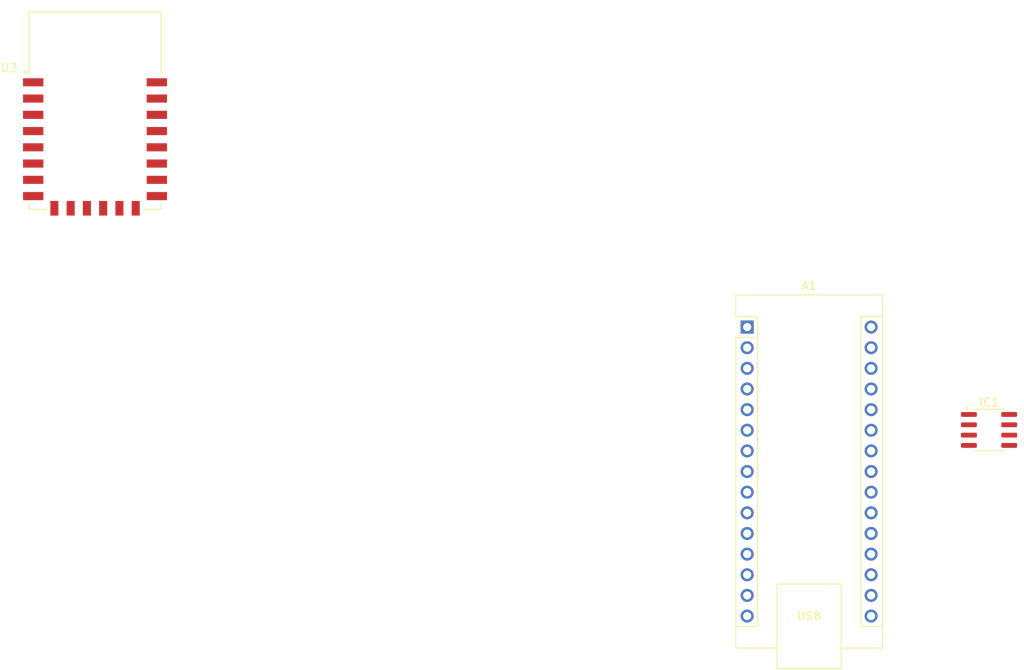
<source format=kicad_pcb>
(kicad_pcb (version 20241229) (generator "pcbnew") (generator_version "9.0")
  (layers (0 "F.Cu" signal) (2 "B.Cu" signal) (13 "F.Paste" user) (15 "B.Paste" user) (5 "F.SilkS" user "F.Silkscreen") (7 "B.SilkS" user "B.Silkscreen") (1 "F.Mask" user) (3 "B.Mask" user) (25 "Edge.Cuts" user))
  (net 0 "")
  (net 2 "GND")
  (net 35 "Net-(IC1-INPUT)")
  (net 42 "Net-(U2A--)")
  (footprint "RF_Module:ESP-12E" (layer "F.Cu") (at 9.075 12.225)
    (property "Reference" "U3" (at -10.56 -5.26 0) (layer "F.SilkS"))
    (property "Value" "ESP-12F")
    (fp_line (start -8.12 -12.12) (end 8.12 -12.12) (stroke (width 0.12)) (layer "F.SilkS"))
    (fp_line (start -8.12 -4.5) (end -8.12 -12.12) (stroke (width 0.12)) (layer "F.SilkS"))
    (fp_line (start -8.12 12.12) (end -8.12 11.5) (stroke (width 0.12)) (layer "F.SilkS"))
    (fp_line (start -6 12.12) (end -8.12 12.12) (stroke (width 0.12)) (layer "F.SilkS"))
    (fp_line (start 8.12 -12.12) (end 8.12 -4.5) (stroke (width 0.12)) (layer "F.SilkS"))
    (fp_line (start 8.12 11.5) (end 8.12 12.12) (stroke (width 0.12)) (layer "F.SilkS"))
    (fp_line (start 8.12 12.12) (end 6 12.12) (stroke (width 0.12)) (layer "F.SilkS"))
    (fp_poly (pts (xy -8.55 -4.5) (xy -8.79 -4.836) (xy -8.31 -4.836) (xy -8.55 -4.5)) (stroke (width 0.12)) (fill yes) (layer "F.SilkS"))
    (pad "1" smd rect (at -7.6 -3.5) (size 2.5 1) (layers "F.Cu" "F.Mask" "F.Paste"))
    (pad "2" smd rect (at -7.6 -1.5) (size 2.5 1) (layers "F.Cu" "F.Mask" "F.Paste") (net 42 "Net-(U2A--)"))
    (pad "3" smd rect (at -7.6 0.5) (size 2.5 1) (layers "F.Cu" "F.Mask" "F.Paste"))
    (pad "4" smd rect (at -7.6 2.5) (size 2.5 1) (layers "F.Cu" "F.Mask" "F.Paste"))
    (pad "5" smd rect (at -7.6 4.5) (size 2.5 1) (layers "F.Cu" "F.Mask" "F.Paste") (net 35 "Net-(IC1-INPUT)"))
    (pad "6" smd rect (at -7.6 6.5) (size 2.5 1) (layers "F.Cu" "F.Mask" "F.Paste"))
    (pad "7" smd rect (at -7.6 8.5) (size 2.5 1) (layers "F.Cu" "F.Mask" "F.Paste"))
    (pad "8" smd rect (at -7.6 10.5) (size 2.5 1) (layers "F.Cu" "F.Mask" "F.Paste"))
    (pad "9" smd rect (at -5 12) (size 1 1.8) (layers "F.Cu" "F.Mask" "F.Paste"))
    (pad "10" smd rect (at -3 12) (size 1 1.8) (layers "F.Cu" "F.Mask" "F.Paste"))
    (pad "11" smd rect (at -1 12) (size 1 1.8) (layers "F.Cu" "F.Mask" "F.Paste"))
    (pad "12" smd rect (at 1 12) (size 1 1.8) (layers "F.Cu" "F.Mask" "F.Paste"))
    (pad "13" smd rect (at 3 12) (size 1 1.8) (layers "F.Cu" "F.Mask" "F.Paste"))
    (pad "14" smd rect (at 5 12) (size 1 1.8) (layers "F.Cu" "F.Mask" "F.Paste"))
    (pad "15" smd rect (at 7.6 10.5) (size 2.5 1) (layers "F.Cu" "F.Mask" "F.Paste"))
    (pad "16" smd rect (at 7.6 8.5) (size 2.5 1) (layers "F.Cu" "F.Mask" "F.Paste"))
    (pad "17" smd rect (at 7.6 6.5) (size 2.5 1) (layers "F.Cu" "F.Mask" "F.Paste"))
    (pad "18" smd rect (at 7.6 4.5) (size 2.5 1) (layers "F.Cu" "F.Mask" "F.Paste"))
    (pad "19" smd rect (at 7.6 2.5) (size 2.5 1) (layers "F.Cu" "F.Mask" "F.Paste"))
    (pad "20" smd rect (at 7.6 0.5) (size 2.5 1) (layers "F.Cu" "F.Mask" "F.Paste"))
    (pad "21" smd rect (at 7.6 -1.5) (size 2.5 1) (layers "F.Cu" "F.Mask" "F.Paste"))
    (pad "22" smd rect (at 7.6 -3.5) (size 2.5 1) (layers "F.Cu" "F.Mask" "F.Paste"))
  )
  (footprint "Module:Arduino_Nano" (layer "F.Cu") (at 89.26 38.84)
    (property "Reference" "A1" (at 7.62 -5.08 0) (layer "F.SilkS"))
    (property "Value" "Arduino_Nano_ESP32")
    (fp_line (start -1.4 -3.94) (end -1.4 -1.27) (stroke (width 0.12)) (layer "F.SilkS"))
    (fp_line (start -1.4 1.27) (end -1.4 39.5) (stroke (width 0.12)) (layer "F.SilkS"))
    (fp_line (start -1.4 39.5) (end 3.68 39.5) (stroke (width 0.12)) (layer "F.SilkS"))
    (fp_line (start 1.27 -1.27) (end -1.4 -1.27) (stroke (width 0.12)) (layer "F.SilkS"))
    (fp_line (start 1.27 1.27) (end -1.4 1.27) (stroke (width 0.12)) (layer "F.SilkS"))
    (fp_line (start 1.27 1.27) (end 1.27 -1.27) (stroke (width 0.12)) (layer "F.SilkS"))
    (fp_line (start 1.27 1.27) (end 1.27 36.83) (stroke (width 0.12)) (layer "F.SilkS"))
    (fp_line (start 1.27 36.83) (end -1.4 36.83) (stroke (width 0.12)) (layer "F.SilkS"))
    (fp_line (start 3.68 31.62) (end 11.56 31.62) (stroke (width 0.12)) (layer "F.SilkS"))
    (fp_line (start 3.68 42.04) (end 3.68 31.62) (stroke (width 0.12)) (layer "F.SilkS"))
    (fp_line (start 11.56 31.62) (end 11.56 42.04) (stroke (width 0.12)) (layer "F.SilkS"))
    (fp_line (start 11.56 42.04) (end 3.68 42.04) (stroke (width 0.12)) (layer "F.SilkS"))
    (fp_line (start 13.97 -1.27) (end 13.97 36.83) (stroke (width 0.12)) (layer "F.SilkS"))
    (fp_line (start 13.97 -1.27) (end 16.64 -1.27) (stroke (width 0.12)) (layer "F.SilkS"))
    (fp_line (start 13.97 36.83) (end 16.64 36.83) (stroke (width 0.12)) (layer "F.SilkS"))
    (fp_line (start 16.64 -3.94) (end -1.4 -3.94) (stroke (width 0.12)) (layer "F.SilkS"))
    (fp_line (start 16.64 39.5) (end 11.56 39.5) (stroke (width 0.12)) (layer "F.SilkS"))
    (fp_line (start 16.64 39.5) (end 16.64 -3.94) (stroke (width 0.12)) (layer "F.SilkS"))
    (fp_text user "USB" (at 7.62 35.56 0) (layer "F.SilkS"))
    (pad "1" thru_hole rect (at 0 0) (size 1.6 1.6) (drill 1) (layers "*.Cu" "*.Mask"))
    (pad "2" thru_hole oval (at 0 2.54) (size 1.6 1.6) (drill 1) (layers "*.Cu" "*.Mask"))
    (pad "3" thru_hole oval (at 0 5.08) (size 1.6 1.6) (drill 1) (layers "*.Cu" "*.Mask"))
    (pad "4" thru_hole oval (at 0 7.62) (size 1.6 1.6) (drill 1) (layers "*.Cu" "*.Mask") (net 2 "GND"))
    (pad "5" thru_hole oval (at 0 10.16) (size 1.6 1.6) (drill 1) (layers "*.Cu" "*.Mask"))
    (pad "6" thru_hole oval (at 0 12.7) (size 1.6 1.6) (drill 1) (layers "*.Cu" "*.Mask"))
    (pad "7" thru_hole oval (at 0 15.24) (size 1.6 1.6) (drill 1) (layers "*.Cu" "*.Mask"))
    (pad "8" thru_hole oval (at 0 17.78) (size 1.6 1.6) (drill 1) (layers "*.Cu" "*.Mask"))
    (pad "9" thru_hole oval (at 0 20.32) (size 1.6 1.6) (drill 1) (layers "*.Cu" "*.Mask"))
    (pad "10" thru_hole oval (at 0 22.86) (size 1.6 1.6) (drill 1) (layers "*.Cu" "*.Mask"))
    (pad "11" thru_hole oval (at 0 25.4) (size 1.6 1.6) (drill 1) (layers "*.Cu" "*.Mask"))
    (pad "12" thru_hole oval (at 0 27.94) (size 1.6 1.6) (drill 1) (layers "*.Cu" "*.Mask"))
    (pad "13" thru_hole oval (at 0 30.48) (size 1.6 1.6) (drill 1) (layers "*.Cu" "*.Mask"))
    (pad "14" thru_hole oval (at 0 33.02) (size 1.6 1.6) (drill 1) (layers "*.Cu" "*.Mask"))
    (pad "15" thru_hole oval (at 0 35.56) (size 1.6 1.6) (drill 1) (layers "*.Cu" "*.Mask"))
    (pad "16" thru_hole oval (at 15.24 35.56) (size 1.6 1.6) (drill 1) (layers "*.Cu" "*.Mask"))
    (pad "17" thru_hole oval (at 15.24 33.02) (size 1.6 1.6) (drill 1) (layers "*.Cu" "*.Mask"))
    (pad "18" thru_hole oval (at 15.24 30.48) (size 1.6 1.6) (drill 1) (layers "*.Cu" "*.Mask"))
    (pad "19" thru_hole oval (at 15.24 27.94) (size 1.6 1.6) (drill 1) (layers "*.Cu" "*.Mask"))
    (pad "20" thru_hole oval (at 15.24 25.4) (size 1.6 1.6) (drill 1) (layers "*.Cu" "*.Mask"))
    (pad "21" thru_hole oval (at 15.24 22.86) (size 1.6 1.6) (drill 1) (layers "*.Cu" "*.Mask"))
    (pad "22" thru_hole oval (at 15.24 20.32) (size 1.6 1.6) (drill 1) (layers "*.Cu" "*.Mask"))
    (pad "23" thru_hole oval (at 15.24 17.78) (size 1.6 1.6) (drill 1) (layers "*.Cu" "*.Mask"))
    (pad "24" thru_hole oval (at 15.24 15.24) (size 1.6 1.6) (drill 1) (layers "*.Cu" "*.Mask"))
    (pad "25" thru_hole oval (at 15.24 12.7) (size 1.6 1.6) (drill 1) (layers "*.Cu" "*.Mask"))
    (pad "26" thru_hole oval (at 15.24 10.16) (size 1.6 1.6) (drill 1) (layers "*.Cu" "*.Mask"))
    (pad "27" thru_hole oval (at 15.24 7.62) (size 1.6 1.6) (drill 1) (layers "*.Cu" "*.Mask"))
    (pad "28" thru_hole oval (at 15.24 5.08) (size 1.6 1.6) (drill 1) (layers "*.Cu" "*.Mask"))
    (pad "29" thru_hole oval (at 15.24 2.54) (size 1.6 1.6) (drill 1) (layers "*.Cu" "*.Mask") (net 2 "GND"))
    (pad "30" thru_hole oval (at 15.24 0) (size 1.6 1.6) (drill 1) (layers "*.Cu" "*.Mask"))
  )
  (footprint "Package_SO:SOIC-8_3.9x4.9mm_P1.27mm" (layer "F.Cu") (at 119 51.5)
    (property "Reference" "IC1" (at 0 -3.4 0) (layer "F.SilkS"))
    (property "Value" "TC4420EOA")
    (fp_line (start 0 -2.56) (end -1.95 -2.56) (stroke (width 0.12)) (layer "F.SilkS"))
    (fp_line (start 0 -2.56) (end 1.95 -2.56) (stroke (width 0.12)) (layer "F.SilkS"))
    (fp_line (start 0 2.56) (end -1.95 2.56) (stroke (width 0.12)) (layer "F.SilkS"))
    (fp_line (start 0 2.56) (end 1.95 2.56) (stroke (width 0.12)) (layer "F.SilkS"))
    (fp_poly (pts (xy -2.7 -2.465) (xy -2.94 -2.795) (xy -2.46 -2.795)) (stroke (width 0.12)) (fill yes) (layer "F.SilkS"))
    (pad "1" smd roundrect (at -2.475 -1.905) (size 1.95 0.6) (layers "F.Cu" "F.Mask" "F.Paste"))
    (pad "2" smd roundrect (at -2.475 -0.635) (size 1.95 0.6) (layers "F.Cu" "F.Mask" "F.Paste") (net 35 "Net-(IC1-INPUT)"))
    (pad "3" smd roundrect (at -2.475 0.635) (size 1.95 0.6) (layers "F.Cu" "F.Mask" "F.Paste"))
    (pad "4" smd roundrect (at -2.475 1.905) (size 1.95 0.6) (layers "F.Cu" "F.Mask" "F.Paste") (net 2 "GND"))
    (pad "5" smd roundrect (at 2.475 1.905) (size 1.95 0.6) (layers "F.Cu" "F.Mask" "F.Paste"))
    (pad "6" smd roundrect (at 2.475 0.635) (size 1.95 0.6) (layers "F.Cu" "F.Mask" "F.Paste"))
    (pad "7" smd roundrect (at 2.475 -0.635) (size 1.95 0.6) (layers "F.Cu" "F.Mask" "F.Paste"))
    (pad "8" smd roundrect (at 2.475 -1.905) (size 1.95 0.6) (layers "F.Cu" "F.Mask" "F.Paste"))
  )
)
</source>
